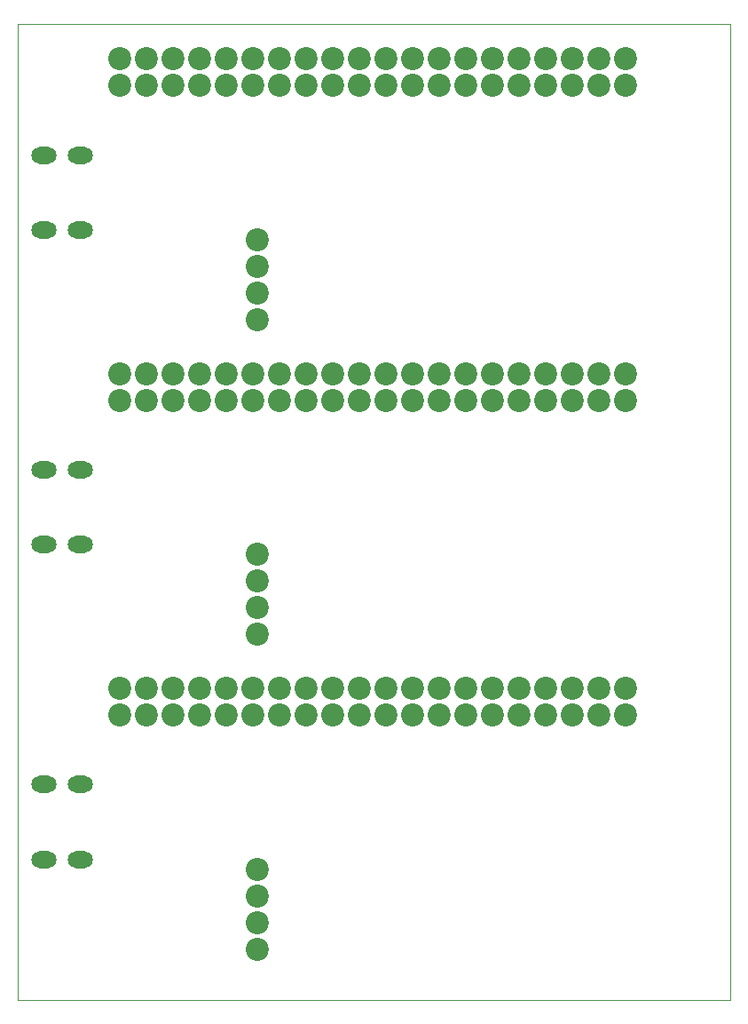
<source format=gbr>
%FSLAX34Y34*%
%MOMM*%
%LNSOLDERMASK_BOTTOM*%
G71*
G01*
%ADD10C, 0.00*%
%ADD11C, 2.20*%
%ADD12C, 1.65*%
%LPD*%
G54D10*
X0Y1000000D02*
X680000Y1000000D01*
X680000Y70000D01*
X0Y70000D01*
X0Y1000000D01*
X580231Y966788D02*
G54D11*
D03*
X580230Y941384D02*
G54D11*
D03*
X554831Y966788D02*
G54D11*
D03*
X554831Y941388D02*
G54D11*
D03*
X529431Y966788D02*
G54D11*
D03*
X529431Y941388D02*
G54D11*
D03*
X504030Y966784D02*
G54D11*
D03*
X504031Y941388D02*
G54D11*
D03*
X478631Y966788D02*
G54D11*
D03*
X478631Y941388D02*
G54D11*
D03*
X453230Y966784D02*
G54D11*
D03*
X453231Y941388D02*
G54D11*
D03*
X427831Y966788D02*
G54D11*
D03*
X427831Y941388D02*
G54D11*
D03*
X402431Y966788D02*
G54D11*
D03*
X402430Y941384D02*
G54D11*
D03*
X377031Y966788D02*
G54D11*
D03*
X377031Y941388D02*
G54D11*
D03*
X351631Y966788D02*
G54D11*
D03*
X351631Y941388D02*
G54D11*
D03*
X326230Y966784D02*
G54D11*
D03*
X326231Y941388D02*
G54D11*
D03*
X300831Y966788D02*
G54D11*
D03*
X300831Y941388D02*
G54D11*
D03*
X275431Y966788D02*
G54D11*
D03*
X275431Y941388D02*
G54D11*
D03*
X250030Y966784D02*
G54D11*
D03*
X250031Y941388D02*
G54D11*
D03*
X224631Y966788D02*
G54D11*
D03*
X224631Y941388D02*
G54D11*
D03*
X199231Y966788D02*
G54D11*
D03*
X199230Y941384D02*
G54D11*
D03*
X173831Y966788D02*
G54D11*
D03*
X173831Y941388D02*
G54D11*
D03*
X148430Y966784D02*
G54D11*
D03*
X123031Y966788D02*
G54D11*
D03*
X97631Y966788D02*
G54D11*
D03*
X148431Y941388D02*
G54D11*
D03*
X123031Y941388D02*
G54D11*
D03*
X97631Y941388D02*
G54D11*
D03*
X228600Y794544D02*
G54D11*
D03*
X228600Y769144D02*
G54D11*
D03*
X228600Y743744D02*
G54D11*
D03*
X228600Y718344D02*
G54D11*
D03*
X21034Y875109D02*
G54D12*
D03*
X28972Y875109D02*
G54D12*
D03*
X28972Y803672D02*
G54D12*
D03*
X21034Y803672D02*
G54D12*
D03*
X63500Y875109D02*
G54D12*
D03*
X55562Y875109D02*
G54D12*
D03*
X63500Y803672D02*
G54D12*
D03*
X55562Y803672D02*
G54D12*
D03*
X59531Y875109D02*
G54D12*
D03*
X59531Y803672D02*
G54D12*
D03*
X25003Y803672D02*
G54D12*
D03*
X25003Y875109D02*
G54D12*
D03*
X63302Y875109D02*
G54D12*
D03*
X63103Y875109D02*
G54D12*
D03*
X62905Y875109D02*
G54D12*
D03*
X62706Y875109D02*
G54D12*
D03*
X62508Y875109D02*
G54D12*
D03*
X62309Y875109D02*
G54D12*
D03*
X62111Y875109D02*
G54D12*
D03*
X61912Y875109D02*
G54D12*
D03*
X61714Y875109D02*
G54D12*
D03*
X61516Y875109D02*
G54D12*
D03*
X61317Y875109D02*
G54D12*
D03*
X61119Y875109D02*
G54D12*
D03*
X60920Y875109D02*
G54D12*
D03*
X60722Y875109D02*
G54D12*
D03*
X60523Y875109D02*
G54D12*
D03*
X60325Y875109D02*
G54D12*
D03*
X60127Y875109D02*
G54D12*
D03*
X59928Y875109D02*
G54D12*
D03*
X59730Y875109D02*
G54D12*
D03*
X59333Y875109D02*
G54D12*
D03*
X59134Y875109D02*
G54D12*
D03*
X58936Y875109D02*
G54D12*
D03*
X58738Y875109D02*
G54D12*
D03*
X58539Y875109D02*
G54D12*
D03*
X58341Y875109D02*
G54D12*
D03*
X58142Y875109D02*
G54D12*
D03*
X57944Y875109D02*
G54D12*
D03*
X57745Y875109D02*
G54D12*
D03*
X57547Y875109D02*
G54D12*
D03*
X57348Y875109D02*
G54D12*
D03*
X57150Y875109D02*
G54D12*
D03*
X55761Y875109D02*
G54D12*
D03*
X55959Y875109D02*
G54D12*
D03*
X56158Y875109D02*
G54D12*
D03*
X56356Y875109D02*
G54D12*
D03*
X56555Y875109D02*
G54D12*
D03*
X56753Y875109D02*
G54D12*
D03*
X63302Y803672D02*
G54D12*
D03*
X63103Y803672D02*
G54D12*
D03*
X62905Y803672D02*
G54D12*
D03*
X62706Y803672D02*
G54D12*
D03*
X62508Y803672D02*
G54D12*
D03*
X62309Y803672D02*
G54D12*
D03*
X62111Y803672D02*
G54D12*
D03*
X61912Y803672D02*
G54D12*
D03*
X61714Y803672D02*
G54D12*
D03*
X61516Y803672D02*
G54D12*
D03*
X61317Y803672D02*
G54D12*
D03*
X61119Y803672D02*
G54D12*
D03*
X60920Y803672D02*
G54D12*
D03*
X60722Y803672D02*
G54D12*
D03*
X60523Y803672D02*
G54D12*
D03*
X60325Y803672D02*
G54D12*
D03*
X60127Y803672D02*
G54D12*
D03*
X59928Y803672D02*
G54D12*
D03*
X55761Y803672D02*
G54D12*
D03*
X55959Y803672D02*
G54D12*
D03*
X56158Y803672D02*
G54D12*
D03*
X56356Y803672D02*
G54D12*
D03*
X56555Y803672D02*
G54D12*
D03*
X56753Y803672D02*
G54D12*
D03*
X56952Y803672D02*
G54D12*
D03*
X57150Y803672D02*
G54D12*
D03*
X57348Y803672D02*
G54D12*
D03*
X57547Y803672D02*
G54D12*
D03*
X57745Y803672D02*
G54D12*
D03*
X57944Y803672D02*
G54D12*
D03*
X58142Y803672D02*
G54D12*
D03*
X58341Y803672D02*
G54D12*
D03*
X58539Y803672D02*
G54D12*
D03*
X58539Y803672D02*
G54D12*
D03*
X58738Y803672D02*
G54D12*
D03*
X58936Y803672D02*
G54D12*
D03*
X59134Y803672D02*
G54D12*
D03*
X28972Y875109D02*
G54D12*
D03*
X21034Y875109D02*
G54D12*
D03*
X25003Y875109D02*
G54D12*
D03*
X28773Y875109D02*
G54D12*
D03*
X28575Y875109D02*
G54D12*
D03*
X28377Y875109D02*
G54D12*
D03*
X28178Y875109D02*
G54D12*
D03*
X27980Y875109D02*
G54D12*
D03*
X27781Y875109D02*
G54D12*
D03*
X27583Y875109D02*
G54D12*
D03*
X27384Y875109D02*
G54D12*
D03*
X27186Y875109D02*
G54D12*
D03*
X26988Y875109D02*
G54D12*
D03*
X26789Y875109D02*
G54D12*
D03*
X26591Y875109D02*
G54D12*
D03*
X26392Y875109D02*
G54D12*
D03*
X26194Y875109D02*
G54D12*
D03*
X25995Y875109D02*
G54D12*
D03*
X25797Y875109D02*
G54D12*
D03*
X25598Y875109D02*
G54D12*
D03*
X25400Y875109D02*
G54D12*
D03*
X25202Y875109D02*
G54D12*
D03*
X24805Y875109D02*
G54D12*
D03*
X24606Y875109D02*
G54D12*
D03*
X24408Y875109D02*
G54D12*
D03*
X24209Y875109D02*
G54D12*
D03*
X24011Y875109D02*
G54D12*
D03*
X23812Y875109D02*
G54D12*
D03*
X23614Y875109D02*
G54D12*
D03*
X23416Y875109D02*
G54D12*
D03*
X23217Y875109D02*
G54D12*
D03*
X23019Y875109D02*
G54D12*
D03*
X22820Y875109D02*
G54D12*
D03*
X22622Y875109D02*
G54D12*
D03*
X21233Y875109D02*
G54D12*
D03*
X21431Y875109D02*
G54D12*
D03*
X21630Y875109D02*
G54D12*
D03*
X21828Y875109D02*
G54D12*
D03*
X22027Y875109D02*
G54D12*
D03*
X22225Y875109D02*
G54D12*
D03*
X28972Y803672D02*
G54D12*
D03*
X21034Y803672D02*
G54D12*
D03*
X25003Y803672D02*
G54D12*
D03*
X28773Y803672D02*
G54D12*
D03*
X28575Y803672D02*
G54D12*
D03*
X28377Y803672D02*
G54D12*
D03*
X28178Y803672D02*
G54D12*
D03*
X27980Y803672D02*
G54D12*
D03*
X27781Y803672D02*
G54D12*
D03*
X27583Y803672D02*
G54D12*
D03*
X27384Y803672D02*
G54D12*
D03*
X27186Y803672D02*
G54D12*
D03*
X26988Y803672D02*
G54D12*
D03*
X26789Y803672D02*
G54D12*
D03*
X26591Y803672D02*
G54D12*
D03*
X26392Y803672D02*
G54D12*
D03*
X26194Y803672D02*
G54D12*
D03*
X25995Y803672D02*
G54D12*
D03*
X25797Y803672D02*
G54D12*
D03*
X25598Y803672D02*
G54D12*
D03*
X25400Y803672D02*
G54D12*
D03*
X21233Y803672D02*
G54D12*
D03*
X21431Y803672D02*
G54D12*
D03*
X21630Y803672D02*
G54D12*
D03*
X21828Y803672D02*
G54D12*
D03*
X22027Y803672D02*
G54D12*
D03*
X22225Y803672D02*
G54D12*
D03*
X22423Y803672D02*
G54D12*
D03*
X22622Y803672D02*
G54D12*
D03*
X22820Y803672D02*
G54D12*
D03*
X23019Y803672D02*
G54D12*
D03*
X23217Y803672D02*
G54D12*
D03*
X23416Y803672D02*
G54D12*
D03*
X23614Y803672D02*
G54D12*
D03*
X23812Y803672D02*
G54D12*
D03*
X24011Y803672D02*
G54D12*
D03*
X24011Y803672D02*
G54D12*
D03*
X24209Y803672D02*
G54D12*
D03*
X24408Y803672D02*
G54D12*
D03*
X24606Y803672D02*
G54D12*
D03*
X21828Y875109D02*
G54D12*
D03*
X22622Y875109D02*
G54D12*
D03*
X23416Y875109D02*
G54D12*
D03*
X24209Y875109D02*
G54D12*
D03*
X25003Y875109D02*
G54D12*
D03*
X25797Y875109D02*
G54D12*
D03*
X26591Y875109D02*
G54D12*
D03*
X27384Y875109D02*
G54D12*
D03*
X28178Y875109D02*
G54D12*
D03*
X56356Y875109D02*
G54D12*
D03*
X57150Y875109D02*
G54D12*
D03*
X57944Y875109D02*
G54D12*
D03*
X58738Y875109D02*
G54D12*
D03*
X59531Y875109D02*
G54D12*
D03*
X60325Y875109D02*
G54D12*
D03*
X61119Y875109D02*
G54D12*
D03*
X61912Y875109D02*
G54D12*
D03*
X62706Y875109D02*
G54D12*
D03*
X63500Y875109D02*
G54D12*
D03*
X28972Y875109D02*
G54D12*
D03*
X21034Y803672D02*
G54D12*
D03*
X21828Y803672D02*
G54D12*
D03*
X22622Y803672D02*
G54D12*
D03*
X23416Y803672D02*
G54D12*
D03*
X24209Y803672D02*
G54D12*
D03*
X25003Y803672D02*
G54D12*
D03*
X25797Y803672D02*
G54D12*
D03*
X26591Y803672D02*
G54D12*
D03*
X27384Y803672D02*
G54D12*
D03*
X28178Y803672D02*
G54D12*
D03*
X28972Y803672D02*
G54D12*
D03*
X55562Y803672D02*
G54D12*
D03*
X56356Y803672D02*
G54D12*
D03*
X57150Y803672D02*
G54D12*
D03*
X57944Y803672D02*
G54D12*
D03*
X58738Y803672D02*
G54D12*
D03*
X59531Y803672D02*
G54D12*
D03*
X60325Y803672D02*
G54D12*
D03*
X61119Y803672D02*
G54D12*
D03*
X61912Y803672D02*
G54D12*
D03*
X62706Y803672D02*
G54D12*
D03*
X63500Y803672D02*
G54D12*
D03*
X21034Y875109D02*
G54D12*
D03*
X28972Y875109D02*
G54D12*
D03*
X55562Y875109D02*
G54D12*
D03*
X580231Y666750D02*
G54D11*
D03*
X580230Y641346D02*
G54D11*
D03*
X554831Y666750D02*
G54D11*
D03*
X554831Y641350D02*
G54D11*
D03*
X529431Y666750D02*
G54D11*
D03*
X529431Y641350D02*
G54D11*
D03*
X504030Y666746D02*
G54D11*
D03*
X504031Y641350D02*
G54D11*
D03*
X478631Y666750D02*
G54D11*
D03*
X478631Y641350D02*
G54D11*
D03*
X453230Y666746D02*
G54D11*
D03*
X453231Y641350D02*
G54D11*
D03*
X427831Y666750D02*
G54D11*
D03*
X427831Y641350D02*
G54D11*
D03*
X402431Y666750D02*
G54D11*
D03*
X402430Y641346D02*
G54D11*
D03*
X377031Y666750D02*
G54D11*
D03*
X377031Y641350D02*
G54D11*
D03*
X351631Y666750D02*
G54D11*
D03*
X351631Y641350D02*
G54D11*
D03*
X326230Y666746D02*
G54D11*
D03*
X326231Y641350D02*
G54D11*
D03*
X300831Y666750D02*
G54D11*
D03*
X300831Y641350D02*
G54D11*
D03*
X275431Y666750D02*
G54D11*
D03*
X275431Y641350D02*
G54D11*
D03*
X250030Y666746D02*
G54D11*
D03*
X250031Y641350D02*
G54D11*
D03*
X224631Y666750D02*
G54D11*
D03*
X224631Y641350D02*
G54D11*
D03*
X199231Y666750D02*
G54D11*
D03*
X199230Y641346D02*
G54D11*
D03*
X173831Y666750D02*
G54D11*
D03*
X173831Y641350D02*
G54D11*
D03*
X148430Y666746D02*
G54D11*
D03*
X123031Y666750D02*
G54D11*
D03*
X97631Y666750D02*
G54D11*
D03*
X148431Y641350D02*
G54D11*
D03*
X123031Y641350D02*
G54D11*
D03*
X97631Y641350D02*
G54D11*
D03*
X228600Y494506D02*
G54D11*
D03*
X228600Y469106D02*
G54D11*
D03*
X228600Y443706D02*
G54D11*
D03*
X228600Y418306D02*
G54D11*
D03*
X21034Y575072D02*
G54D12*
D03*
X28972Y575072D02*
G54D12*
D03*
X28972Y503634D02*
G54D12*
D03*
X21034Y503634D02*
G54D12*
D03*
X63500Y575072D02*
G54D12*
D03*
X55562Y575072D02*
G54D12*
D03*
X63500Y503634D02*
G54D12*
D03*
X55562Y503634D02*
G54D12*
D03*
X59531Y575072D02*
G54D12*
D03*
X59531Y503634D02*
G54D12*
D03*
X25003Y503634D02*
G54D12*
D03*
X25003Y575072D02*
G54D12*
D03*
X63302Y575072D02*
G54D12*
D03*
X63103Y575072D02*
G54D12*
D03*
X62905Y575072D02*
G54D12*
D03*
X62706Y575072D02*
G54D12*
D03*
X62508Y575072D02*
G54D12*
D03*
X62309Y575072D02*
G54D12*
D03*
X62111Y575072D02*
G54D12*
D03*
X61912Y575072D02*
G54D12*
D03*
X61714Y575072D02*
G54D12*
D03*
X61516Y575072D02*
G54D12*
D03*
X61317Y575072D02*
G54D12*
D03*
X61119Y575072D02*
G54D12*
D03*
X60920Y575072D02*
G54D12*
D03*
X60722Y575072D02*
G54D12*
D03*
X60523Y575072D02*
G54D12*
D03*
X60325Y575072D02*
G54D12*
D03*
X60127Y575072D02*
G54D12*
D03*
X59928Y575072D02*
G54D12*
D03*
X59730Y575072D02*
G54D12*
D03*
X59333Y575072D02*
G54D12*
D03*
X59134Y575072D02*
G54D12*
D03*
X58936Y575072D02*
G54D12*
D03*
X58738Y575072D02*
G54D12*
D03*
X58539Y575072D02*
G54D12*
D03*
X58341Y575072D02*
G54D12*
D03*
X58142Y575072D02*
G54D12*
D03*
X57944Y575072D02*
G54D12*
D03*
X57745Y575072D02*
G54D12*
D03*
X57547Y575072D02*
G54D12*
D03*
X57348Y575072D02*
G54D12*
D03*
X57150Y575072D02*
G54D12*
D03*
X55761Y575072D02*
G54D12*
D03*
X55959Y575072D02*
G54D12*
D03*
X56158Y575072D02*
G54D12*
D03*
X56356Y575072D02*
G54D12*
D03*
X56555Y575072D02*
G54D12*
D03*
X56753Y575072D02*
G54D12*
D03*
X63302Y503634D02*
G54D12*
D03*
X63103Y503634D02*
G54D12*
D03*
X62905Y503634D02*
G54D12*
D03*
X62706Y503634D02*
G54D12*
D03*
X62508Y503634D02*
G54D12*
D03*
X62309Y503634D02*
G54D12*
D03*
X62111Y503634D02*
G54D12*
D03*
X61912Y503634D02*
G54D12*
D03*
X61714Y503634D02*
G54D12*
D03*
X61516Y503634D02*
G54D12*
D03*
X61317Y503634D02*
G54D12*
D03*
X61119Y503634D02*
G54D12*
D03*
X60920Y503634D02*
G54D12*
D03*
X60722Y503634D02*
G54D12*
D03*
X60523Y503634D02*
G54D12*
D03*
X60325Y503634D02*
G54D12*
D03*
X60127Y503634D02*
G54D12*
D03*
X59928Y503634D02*
G54D12*
D03*
X55761Y503634D02*
G54D12*
D03*
X55959Y503634D02*
G54D12*
D03*
X56158Y503634D02*
G54D12*
D03*
X56356Y503634D02*
G54D12*
D03*
X56555Y503634D02*
G54D12*
D03*
X56753Y503634D02*
G54D12*
D03*
X56952Y503634D02*
G54D12*
D03*
X57150Y503634D02*
G54D12*
D03*
X57348Y503634D02*
G54D12*
D03*
X57547Y503634D02*
G54D12*
D03*
X57745Y503634D02*
G54D12*
D03*
X57944Y503634D02*
G54D12*
D03*
X58142Y503634D02*
G54D12*
D03*
X58341Y503634D02*
G54D12*
D03*
X58539Y503634D02*
G54D12*
D03*
X58539Y503634D02*
G54D12*
D03*
X58738Y503634D02*
G54D12*
D03*
X58936Y503634D02*
G54D12*
D03*
X59134Y503634D02*
G54D12*
D03*
X28972Y575072D02*
G54D12*
D03*
X21034Y575072D02*
G54D12*
D03*
X25003Y575072D02*
G54D12*
D03*
X28773Y575072D02*
G54D12*
D03*
X28575Y575072D02*
G54D12*
D03*
X28377Y575072D02*
G54D12*
D03*
X28178Y575072D02*
G54D12*
D03*
X27980Y575072D02*
G54D12*
D03*
X27781Y575072D02*
G54D12*
D03*
X27583Y575072D02*
G54D12*
D03*
X27384Y575072D02*
G54D12*
D03*
X27186Y575072D02*
G54D12*
D03*
X26988Y575072D02*
G54D12*
D03*
X26789Y575072D02*
G54D12*
D03*
X26591Y575072D02*
G54D12*
D03*
X26392Y575072D02*
G54D12*
D03*
X26194Y575072D02*
G54D12*
D03*
X25995Y575072D02*
G54D12*
D03*
X25797Y575072D02*
G54D12*
D03*
X25598Y575072D02*
G54D12*
D03*
X25400Y575072D02*
G54D12*
D03*
X25202Y575072D02*
G54D12*
D03*
X24805Y575072D02*
G54D12*
D03*
X24606Y575072D02*
G54D12*
D03*
X24408Y575072D02*
G54D12*
D03*
X24209Y575072D02*
G54D12*
D03*
X24011Y575072D02*
G54D12*
D03*
X23812Y575072D02*
G54D12*
D03*
X23614Y575072D02*
G54D12*
D03*
X23416Y575072D02*
G54D12*
D03*
X23217Y575072D02*
G54D12*
D03*
X23019Y575072D02*
G54D12*
D03*
X22820Y575072D02*
G54D12*
D03*
X22622Y575072D02*
G54D12*
D03*
X21233Y575072D02*
G54D12*
D03*
X21431Y575072D02*
G54D12*
D03*
X21630Y575072D02*
G54D12*
D03*
X21828Y575072D02*
G54D12*
D03*
X22027Y575072D02*
G54D12*
D03*
X22225Y575072D02*
G54D12*
D03*
X28972Y503634D02*
G54D12*
D03*
X21034Y503634D02*
G54D12*
D03*
X25003Y503634D02*
G54D12*
D03*
X28773Y503634D02*
G54D12*
D03*
X28575Y503634D02*
G54D12*
D03*
X28377Y503634D02*
G54D12*
D03*
X28178Y503634D02*
G54D12*
D03*
X27980Y503634D02*
G54D12*
D03*
X27781Y503634D02*
G54D12*
D03*
X27583Y503634D02*
G54D12*
D03*
X27384Y503634D02*
G54D12*
D03*
X27186Y503634D02*
G54D12*
D03*
X26988Y503634D02*
G54D12*
D03*
X26789Y503634D02*
G54D12*
D03*
X26591Y503634D02*
G54D12*
D03*
X26392Y503634D02*
G54D12*
D03*
X26194Y503634D02*
G54D12*
D03*
X25995Y503634D02*
G54D12*
D03*
X25797Y503634D02*
G54D12*
D03*
X25598Y503634D02*
G54D12*
D03*
X25400Y503634D02*
G54D12*
D03*
X21233Y503634D02*
G54D12*
D03*
X21431Y503634D02*
G54D12*
D03*
X21630Y503634D02*
G54D12*
D03*
X21828Y503634D02*
G54D12*
D03*
X22027Y503634D02*
G54D12*
D03*
X22225Y503634D02*
G54D12*
D03*
X22423Y503634D02*
G54D12*
D03*
X22622Y503634D02*
G54D12*
D03*
X22820Y503634D02*
G54D12*
D03*
X23019Y503634D02*
G54D12*
D03*
X23217Y503634D02*
G54D12*
D03*
X23416Y503634D02*
G54D12*
D03*
X23614Y503634D02*
G54D12*
D03*
X23812Y503634D02*
G54D12*
D03*
X24011Y503634D02*
G54D12*
D03*
X24011Y503634D02*
G54D12*
D03*
X24209Y503634D02*
G54D12*
D03*
X24408Y503634D02*
G54D12*
D03*
X24606Y503634D02*
G54D12*
D03*
X21828Y575072D02*
G54D12*
D03*
X22622Y575072D02*
G54D12*
D03*
X23416Y575072D02*
G54D12*
D03*
X24209Y575072D02*
G54D12*
D03*
X25003Y575072D02*
G54D12*
D03*
X25797Y575072D02*
G54D12*
D03*
X26591Y575072D02*
G54D12*
D03*
X27384Y575072D02*
G54D12*
D03*
X28178Y575072D02*
G54D12*
D03*
X56356Y575072D02*
G54D12*
D03*
X57150Y575072D02*
G54D12*
D03*
X57944Y575072D02*
G54D12*
D03*
X58738Y575072D02*
G54D12*
D03*
X59531Y575072D02*
G54D12*
D03*
X60325Y575072D02*
G54D12*
D03*
X61119Y575072D02*
G54D12*
D03*
X61912Y575072D02*
G54D12*
D03*
X62706Y575072D02*
G54D12*
D03*
X63500Y575072D02*
G54D12*
D03*
X28972Y575072D02*
G54D12*
D03*
X21034Y503634D02*
G54D12*
D03*
X21828Y503634D02*
G54D12*
D03*
X22622Y503634D02*
G54D12*
D03*
X23416Y503634D02*
G54D12*
D03*
X24209Y503634D02*
G54D12*
D03*
X25003Y503634D02*
G54D12*
D03*
X25797Y503634D02*
G54D12*
D03*
X26591Y503634D02*
G54D12*
D03*
X27384Y503634D02*
G54D12*
D03*
X28178Y503634D02*
G54D12*
D03*
X28972Y503634D02*
G54D12*
D03*
X55562Y503634D02*
G54D12*
D03*
X56356Y503634D02*
G54D12*
D03*
X57150Y503634D02*
G54D12*
D03*
X57944Y503634D02*
G54D12*
D03*
X58738Y503634D02*
G54D12*
D03*
X59531Y503634D02*
G54D12*
D03*
X60325Y503634D02*
G54D12*
D03*
X61119Y503634D02*
G54D12*
D03*
X61912Y503634D02*
G54D12*
D03*
X62706Y503634D02*
G54D12*
D03*
X63500Y503634D02*
G54D12*
D03*
X21034Y575072D02*
G54D12*
D03*
X28972Y575072D02*
G54D12*
D03*
X55562Y575072D02*
G54D12*
D03*
X580231Y366712D02*
G54D11*
D03*
X580230Y341309D02*
G54D11*
D03*
X554831Y366712D02*
G54D11*
D03*
X554831Y341312D02*
G54D11*
D03*
X529431Y366712D02*
G54D11*
D03*
X529431Y341312D02*
G54D11*
D03*
X504030Y366709D02*
G54D11*
D03*
X504031Y341312D02*
G54D11*
D03*
X478631Y366712D02*
G54D11*
D03*
X478631Y341312D02*
G54D11*
D03*
X453230Y366709D02*
G54D11*
D03*
X453231Y341312D02*
G54D11*
D03*
X427831Y366712D02*
G54D11*
D03*
X427831Y341312D02*
G54D11*
D03*
X402431Y366712D02*
G54D11*
D03*
X402430Y341309D02*
G54D11*
D03*
X377031Y366712D02*
G54D11*
D03*
X377031Y341312D02*
G54D11*
D03*
X351631Y366712D02*
G54D11*
D03*
X351631Y341312D02*
G54D11*
D03*
X326230Y366709D02*
G54D11*
D03*
X326231Y341312D02*
G54D11*
D03*
X300831Y366712D02*
G54D11*
D03*
X300831Y341312D02*
G54D11*
D03*
X275431Y366712D02*
G54D11*
D03*
X275431Y341312D02*
G54D11*
D03*
X250030Y366709D02*
G54D11*
D03*
X250031Y341312D02*
G54D11*
D03*
X224631Y366712D02*
G54D11*
D03*
X224631Y341312D02*
G54D11*
D03*
X199231Y366712D02*
G54D11*
D03*
X199230Y341309D02*
G54D11*
D03*
X173831Y366712D02*
G54D11*
D03*
X173831Y341312D02*
G54D11*
D03*
X148430Y366709D02*
G54D11*
D03*
X123031Y366712D02*
G54D11*
D03*
X97631Y366712D02*
G54D11*
D03*
X148431Y341312D02*
G54D11*
D03*
X123031Y341312D02*
G54D11*
D03*
X97631Y341312D02*
G54D11*
D03*
X228600Y194469D02*
G54D11*
D03*
X228600Y169069D02*
G54D11*
D03*
X228600Y143669D02*
G54D11*
D03*
X228600Y118269D02*
G54D11*
D03*
X21034Y275034D02*
G54D12*
D03*
X28972Y275034D02*
G54D12*
D03*
X28972Y203597D02*
G54D12*
D03*
X21034Y203597D02*
G54D12*
D03*
X63500Y275034D02*
G54D12*
D03*
X55562Y275034D02*
G54D12*
D03*
X63500Y203597D02*
G54D12*
D03*
X55562Y203597D02*
G54D12*
D03*
X59531Y275034D02*
G54D12*
D03*
X59531Y203597D02*
G54D12*
D03*
X25003Y203597D02*
G54D12*
D03*
X25003Y275034D02*
G54D12*
D03*
X63302Y275034D02*
G54D12*
D03*
X63103Y275034D02*
G54D12*
D03*
X62905Y275034D02*
G54D12*
D03*
X62706Y275034D02*
G54D12*
D03*
X62508Y275034D02*
G54D12*
D03*
X62309Y275034D02*
G54D12*
D03*
X62111Y275034D02*
G54D12*
D03*
X61912Y275034D02*
G54D12*
D03*
X61714Y275034D02*
G54D12*
D03*
X61516Y275034D02*
G54D12*
D03*
X61317Y275034D02*
G54D12*
D03*
X61119Y275034D02*
G54D12*
D03*
X60920Y275034D02*
G54D12*
D03*
X60722Y275034D02*
G54D12*
D03*
X60523Y275034D02*
G54D12*
D03*
X60325Y275034D02*
G54D12*
D03*
X60127Y275034D02*
G54D12*
D03*
X59928Y275034D02*
G54D12*
D03*
X59730Y275034D02*
G54D12*
D03*
X59333Y275034D02*
G54D12*
D03*
X59134Y275034D02*
G54D12*
D03*
X58936Y275034D02*
G54D12*
D03*
X58738Y275034D02*
G54D12*
D03*
X58539Y275034D02*
G54D12*
D03*
X58341Y275034D02*
G54D12*
D03*
X58142Y275034D02*
G54D12*
D03*
X57944Y275034D02*
G54D12*
D03*
X57745Y275034D02*
G54D12*
D03*
X57547Y275034D02*
G54D12*
D03*
X57348Y275034D02*
G54D12*
D03*
X57150Y275034D02*
G54D12*
D03*
X55761Y275034D02*
G54D12*
D03*
X55959Y275034D02*
G54D12*
D03*
X56158Y275034D02*
G54D12*
D03*
X56356Y275034D02*
G54D12*
D03*
X56555Y275034D02*
G54D12*
D03*
X56753Y275034D02*
G54D12*
D03*
X63302Y203597D02*
G54D12*
D03*
X63103Y203597D02*
G54D12*
D03*
X62905Y203597D02*
G54D12*
D03*
X62706Y203597D02*
G54D12*
D03*
X62508Y203597D02*
G54D12*
D03*
X62309Y203597D02*
G54D12*
D03*
X62111Y203597D02*
G54D12*
D03*
X61912Y203597D02*
G54D12*
D03*
X61714Y203597D02*
G54D12*
D03*
X61516Y203597D02*
G54D12*
D03*
X61317Y203597D02*
G54D12*
D03*
X61119Y203597D02*
G54D12*
D03*
X60920Y203597D02*
G54D12*
D03*
X60722Y203597D02*
G54D12*
D03*
X60523Y203597D02*
G54D12*
D03*
X60325Y203597D02*
G54D12*
D03*
X60127Y203597D02*
G54D12*
D03*
X59928Y203597D02*
G54D12*
D03*
X55761Y203597D02*
G54D12*
D03*
X55959Y203597D02*
G54D12*
D03*
X56158Y203597D02*
G54D12*
D03*
X56356Y203597D02*
G54D12*
D03*
X56555Y203597D02*
G54D12*
D03*
X56753Y203597D02*
G54D12*
D03*
X56952Y203597D02*
G54D12*
D03*
X57150Y203597D02*
G54D12*
D03*
X57348Y203597D02*
G54D12*
D03*
X57547Y203597D02*
G54D12*
D03*
X57745Y203597D02*
G54D12*
D03*
X57944Y203597D02*
G54D12*
D03*
X58142Y203597D02*
G54D12*
D03*
X58341Y203597D02*
G54D12*
D03*
X58539Y203597D02*
G54D12*
D03*
X58539Y203597D02*
G54D12*
D03*
X58738Y203597D02*
G54D12*
D03*
X58936Y203597D02*
G54D12*
D03*
X59134Y203597D02*
G54D12*
D03*
X28972Y275034D02*
G54D12*
D03*
X21034Y275034D02*
G54D12*
D03*
X25003Y275034D02*
G54D12*
D03*
X28773Y275034D02*
G54D12*
D03*
X28575Y275034D02*
G54D12*
D03*
X28377Y275034D02*
G54D12*
D03*
X28178Y275034D02*
G54D12*
D03*
X27980Y275034D02*
G54D12*
D03*
X27781Y275034D02*
G54D12*
D03*
X27583Y275034D02*
G54D12*
D03*
X27384Y275034D02*
G54D12*
D03*
X27186Y275034D02*
G54D12*
D03*
X26988Y275034D02*
G54D12*
D03*
X26789Y275034D02*
G54D12*
D03*
X26591Y275034D02*
G54D12*
D03*
X26392Y275034D02*
G54D12*
D03*
X26194Y275034D02*
G54D12*
D03*
X25995Y275034D02*
G54D12*
D03*
X25797Y275034D02*
G54D12*
D03*
X25598Y275034D02*
G54D12*
D03*
X25400Y275034D02*
G54D12*
D03*
X25202Y275034D02*
G54D12*
D03*
X24805Y275034D02*
G54D12*
D03*
X24606Y275034D02*
G54D12*
D03*
X24408Y275034D02*
G54D12*
D03*
X24209Y275034D02*
G54D12*
D03*
X24011Y275034D02*
G54D12*
D03*
X23812Y275034D02*
G54D12*
D03*
X23614Y275034D02*
G54D12*
D03*
X23416Y275034D02*
G54D12*
D03*
X23217Y275034D02*
G54D12*
D03*
X23019Y275034D02*
G54D12*
D03*
X22820Y275034D02*
G54D12*
D03*
X22622Y275034D02*
G54D12*
D03*
X21233Y275034D02*
G54D12*
D03*
X21431Y275034D02*
G54D12*
D03*
X21630Y275034D02*
G54D12*
D03*
X21828Y275034D02*
G54D12*
D03*
X22027Y275034D02*
G54D12*
D03*
X22225Y275034D02*
G54D12*
D03*
X28972Y203597D02*
G54D12*
D03*
X21034Y203597D02*
G54D12*
D03*
X25003Y203597D02*
G54D12*
D03*
X28773Y203597D02*
G54D12*
D03*
X28575Y203597D02*
G54D12*
D03*
X28377Y203597D02*
G54D12*
D03*
X28178Y203597D02*
G54D12*
D03*
X27980Y203597D02*
G54D12*
D03*
X27781Y203597D02*
G54D12*
D03*
X27583Y203597D02*
G54D12*
D03*
X27384Y203597D02*
G54D12*
D03*
X27186Y203597D02*
G54D12*
D03*
X26988Y203597D02*
G54D12*
D03*
X26789Y203597D02*
G54D12*
D03*
X26591Y203597D02*
G54D12*
D03*
X26392Y203597D02*
G54D12*
D03*
X26194Y203597D02*
G54D12*
D03*
X25995Y203597D02*
G54D12*
D03*
X25797Y203597D02*
G54D12*
D03*
X25598Y203597D02*
G54D12*
D03*
X25400Y203597D02*
G54D12*
D03*
X21233Y203597D02*
G54D12*
D03*
X21431Y203597D02*
G54D12*
D03*
X21630Y203597D02*
G54D12*
D03*
X21828Y203597D02*
G54D12*
D03*
X22027Y203597D02*
G54D12*
D03*
X22225Y203597D02*
G54D12*
D03*
X22423Y203597D02*
G54D12*
D03*
X22622Y203597D02*
G54D12*
D03*
X22820Y203597D02*
G54D12*
D03*
X23019Y203597D02*
G54D12*
D03*
X23217Y203597D02*
G54D12*
D03*
X23416Y203597D02*
G54D12*
D03*
X23614Y203597D02*
G54D12*
D03*
X23812Y203597D02*
G54D12*
D03*
X24011Y203597D02*
G54D12*
D03*
X24011Y203597D02*
G54D12*
D03*
X24209Y203597D02*
G54D12*
D03*
X24408Y203597D02*
G54D12*
D03*
X24606Y203597D02*
G54D12*
D03*
X21828Y275034D02*
G54D12*
D03*
X22622Y275034D02*
G54D12*
D03*
X23416Y275034D02*
G54D12*
D03*
X24209Y275034D02*
G54D12*
D03*
X25003Y275034D02*
G54D12*
D03*
X25797Y275034D02*
G54D12*
D03*
X26591Y275034D02*
G54D12*
D03*
X27384Y275034D02*
G54D12*
D03*
X28178Y275034D02*
G54D12*
D03*
X56356Y275034D02*
G54D12*
D03*
X57150Y275034D02*
G54D12*
D03*
X57944Y275034D02*
G54D12*
D03*
X58738Y275034D02*
G54D12*
D03*
X59531Y275034D02*
G54D12*
D03*
X60325Y275034D02*
G54D12*
D03*
X61119Y275034D02*
G54D12*
D03*
X61912Y275034D02*
G54D12*
D03*
X62706Y275034D02*
G54D12*
D03*
X63500Y275034D02*
G54D12*
D03*
X28972Y275034D02*
G54D12*
D03*
X21034Y203597D02*
G54D12*
D03*
X21828Y203597D02*
G54D12*
D03*
X22622Y203597D02*
G54D12*
D03*
X23416Y203597D02*
G54D12*
D03*
X24209Y203597D02*
G54D12*
D03*
X25003Y203597D02*
G54D12*
D03*
X25797Y203597D02*
G54D12*
D03*
X26591Y203597D02*
G54D12*
D03*
X27384Y203597D02*
G54D12*
D03*
X28178Y203597D02*
G54D12*
D03*
X28972Y203597D02*
G54D12*
D03*
X55562Y203597D02*
G54D12*
D03*
X56356Y203597D02*
G54D12*
D03*
X57150Y203597D02*
G54D12*
D03*
X57944Y203597D02*
G54D12*
D03*
X58738Y203597D02*
G54D12*
D03*
X59531Y203597D02*
G54D12*
D03*
X60325Y203597D02*
G54D12*
D03*
X61119Y203597D02*
G54D12*
D03*
X61912Y203597D02*
G54D12*
D03*
X62706Y203597D02*
G54D12*
D03*
X63500Y203597D02*
G54D12*
D03*
X21034Y275034D02*
G54D12*
D03*
X28972Y275034D02*
G54D12*
D03*
X55562Y275034D02*
G54D12*
D03*
M02*

</source>
